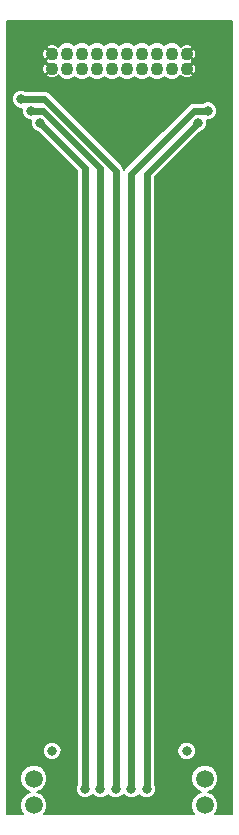
<source format=gbl>
G04 #@! TF.FileFunction,Copper,L2,Bot,Signal*
%FSLAX46Y46*%
G04 Gerber Fmt 4.6, Leading zero omitted, Abs format (unit mm)*
G04 Created by KiCad (PCBNEW 4.1.0-alpha+201605071002+6776~44~ubuntu14.04.1-product) date Wed 29 Jun 2016 00:08:44 BST*
%MOMM*%
%LPD*%
G01*
G04 APERTURE LIST*
%ADD10C,0.100000*%
%ADD11C,1.500000*%
%ADD12C,1.100000*%
%ADD13C,0.800000*%
%ADD14C,0.400000*%
%ADD15C,0.600000*%
%ADD16C,0.200000*%
G04 APERTURE END LIST*
D10*
D11*
X148760500Y-126540000D03*
X163239500Y-126540000D03*
X148760500Y-128790000D03*
X163239500Y-128790000D03*
D12*
X161715000Y-65159000D03*
X161715000Y-66429000D03*
X160445000Y-65159000D03*
X160445000Y-66429000D03*
X159175000Y-65159000D03*
X159175000Y-66429000D03*
X157905000Y-65159000D03*
X157905000Y-66429000D03*
X156635000Y-65159000D03*
X156635000Y-66429000D03*
X155365000Y-65159000D03*
X155365000Y-66429000D03*
X154095000Y-65159000D03*
X154095000Y-66429000D03*
X152825000Y-65159000D03*
X152825000Y-66429000D03*
X151555000Y-65159000D03*
X151555000Y-66429000D03*
X150285000Y-65159000D03*
X150285000Y-66429000D03*
D13*
X150300000Y-124200000D03*
X161700000Y-124200000D03*
X161715000Y-68000000D03*
X150285000Y-68000000D03*
X161000000Y-128000000D03*
X151000000Y-128000000D03*
X163000000Y-124000000D03*
X149000000Y-124000000D03*
X162500000Y-120000000D03*
X162500000Y-115000000D03*
X162500000Y-110000000D03*
X162500000Y-105000000D03*
X162500000Y-100000000D03*
X162500000Y-95000000D03*
X162500000Y-90000000D03*
X162500000Y-85000000D03*
X162500000Y-80000000D03*
X162500000Y-75000000D03*
X150000000Y-120000000D03*
X150000000Y-115000000D03*
X150000000Y-110000000D03*
X150000000Y-105000000D03*
X150000000Y-100000000D03*
X150000000Y-95000000D03*
X150000000Y-90000000D03*
X150000000Y-85000000D03*
X150000000Y-80000000D03*
X150000000Y-75000000D03*
X158300000Y-127400000D03*
X162615010Y-71000000D03*
X157000000Y-127400000D03*
X163465011Y-70000000D03*
X147700000Y-69000000D03*
X155700000Y-127400000D03*
X148534989Y-70000000D03*
X154400000Y-127400000D03*
X149300000Y-71000000D03*
X153100000Y-127400000D03*
D14*
X162500000Y-115000000D02*
X162500000Y-120000000D01*
X162500000Y-105000000D02*
X162500000Y-110000000D01*
X162500000Y-95000000D02*
X162500000Y-100000000D01*
X162500000Y-85000000D02*
X162500000Y-90000000D01*
X162500000Y-75000000D02*
X162500000Y-80000000D01*
X150000000Y-115000000D02*
X150000000Y-120000000D01*
X150000000Y-105000000D02*
X150000000Y-110000000D01*
X150000000Y-95000000D02*
X150000000Y-100000000D01*
X150000000Y-85000000D02*
X150000000Y-90000000D01*
X150000000Y-75000000D02*
X150000000Y-80000000D01*
D15*
X158300000Y-127400000D02*
X158300000Y-75315010D01*
X158300000Y-75315010D02*
X162615010Y-71000000D01*
X163465011Y-70000000D02*
X162357008Y-70000000D01*
X162357008Y-70000000D02*
X157000000Y-75357008D01*
X157000000Y-75357008D02*
X157000000Y-126834315D01*
X157000000Y-126834315D02*
X157000000Y-127400000D01*
X147700000Y-69000000D02*
X149618676Y-69000000D01*
X149618676Y-69000000D02*
X155700000Y-75081324D01*
X155700000Y-75081324D02*
X155700000Y-126834315D01*
X155700000Y-126834315D02*
X155700000Y-127400000D01*
X148534989Y-70000000D02*
X149558002Y-70000000D01*
X149558002Y-70000000D02*
X154400000Y-74841998D01*
X154400000Y-74841998D02*
X154400000Y-126834315D01*
X154400000Y-126834315D02*
X154400000Y-127400000D01*
X153100000Y-127400000D02*
X153100000Y-74800000D01*
X153100000Y-74800000D02*
X149300000Y-71000000D01*
D16*
G36*
X165525000Y-129525000D02*
X164130983Y-129525000D01*
X164213854Y-129442273D01*
X164389300Y-129019753D01*
X164389699Y-128562254D01*
X164214991Y-128139428D01*
X163891773Y-127815646D01*
X163528606Y-127664846D01*
X163890072Y-127515491D01*
X164213854Y-127192273D01*
X164389300Y-126769753D01*
X164389699Y-126312254D01*
X164214991Y-125889428D01*
X163891773Y-125565646D01*
X163469253Y-125390200D01*
X163011754Y-125389801D01*
X162588928Y-125564509D01*
X162265146Y-125887727D01*
X162089700Y-126310247D01*
X162089301Y-126767746D01*
X162264009Y-127190572D01*
X162587227Y-127514354D01*
X162950394Y-127665154D01*
X162588928Y-127814509D01*
X162265146Y-128137727D01*
X162089700Y-128560247D01*
X162089301Y-129017746D01*
X162264009Y-129440572D01*
X162348290Y-129525000D01*
X149651983Y-129525000D01*
X149734854Y-129442273D01*
X149910300Y-129019753D01*
X149910699Y-128562254D01*
X149735991Y-128139428D01*
X149412773Y-127815646D01*
X149049606Y-127664846D01*
X149411072Y-127515491D01*
X149734854Y-127192273D01*
X149910300Y-126769753D01*
X149910699Y-126312254D01*
X149735991Y-125889428D01*
X149412773Y-125565646D01*
X148990253Y-125390200D01*
X148532754Y-125389801D01*
X148109928Y-125564509D01*
X147786146Y-125887727D01*
X147610700Y-126310247D01*
X147610301Y-126767746D01*
X147785009Y-127190572D01*
X148108227Y-127514354D01*
X148471394Y-127665154D01*
X148109928Y-127814509D01*
X147786146Y-128137727D01*
X147610700Y-128560247D01*
X147610301Y-129017746D01*
X147785009Y-129440572D01*
X147869290Y-129525000D01*
X146475000Y-129525000D01*
X146475000Y-124358432D01*
X149499861Y-124358432D01*
X149621397Y-124652572D01*
X149846245Y-124877812D01*
X150140172Y-124999861D01*
X150458432Y-125000139D01*
X150752572Y-124878603D01*
X150977812Y-124653755D01*
X151099861Y-124359828D01*
X151100139Y-124041568D01*
X150978603Y-123747428D01*
X150753755Y-123522188D01*
X150459828Y-123400139D01*
X150141568Y-123399861D01*
X149847428Y-123521397D01*
X149622188Y-123746245D01*
X149500139Y-124040172D01*
X149499861Y-124358432D01*
X146475000Y-124358432D01*
X146475000Y-69158432D01*
X146899861Y-69158432D01*
X147021397Y-69452572D01*
X147246245Y-69677812D01*
X147540172Y-69799861D01*
X147751790Y-69800046D01*
X147735128Y-69840172D01*
X147734850Y-70158432D01*
X147856386Y-70452572D01*
X148081234Y-70677812D01*
X148375161Y-70799861D01*
X148516826Y-70799985D01*
X148500139Y-70840172D01*
X148499861Y-71158432D01*
X148621397Y-71452572D01*
X148846245Y-71677812D01*
X149088423Y-71778373D01*
X152400000Y-75089949D01*
X152400000Y-126999680D01*
X152300139Y-127240172D01*
X152299861Y-127558432D01*
X152421397Y-127852572D01*
X152646245Y-128077812D01*
X152940172Y-128199861D01*
X153258432Y-128200139D01*
X153552572Y-128078603D01*
X153750147Y-127881372D01*
X153946245Y-128077812D01*
X154240172Y-128199861D01*
X154558432Y-128200139D01*
X154852572Y-128078603D01*
X155050147Y-127881372D01*
X155246245Y-128077812D01*
X155540172Y-128199861D01*
X155858432Y-128200139D01*
X156152572Y-128078603D01*
X156350147Y-127881372D01*
X156546245Y-128077812D01*
X156840172Y-128199861D01*
X157158432Y-128200139D01*
X157452572Y-128078603D01*
X157650147Y-127881372D01*
X157846245Y-128077812D01*
X158140172Y-128199861D01*
X158458432Y-128200139D01*
X158752572Y-128078603D01*
X158977812Y-127853755D01*
X159099861Y-127559828D01*
X159100139Y-127241568D01*
X159000000Y-126999213D01*
X159000000Y-124358432D01*
X160899861Y-124358432D01*
X161021397Y-124652572D01*
X161246245Y-124877812D01*
X161540172Y-124999861D01*
X161858432Y-125000139D01*
X162152572Y-124878603D01*
X162377812Y-124653755D01*
X162499861Y-124359828D01*
X162500139Y-124041568D01*
X162378603Y-123747428D01*
X162153755Y-123522188D01*
X161859828Y-123400139D01*
X161541568Y-123399861D01*
X161247428Y-123521397D01*
X161022188Y-123746245D01*
X160900139Y-124040172D01*
X160899861Y-124358432D01*
X159000000Y-124358432D01*
X159000000Y-75604960D01*
X162826916Y-71778044D01*
X163067582Y-71678603D01*
X163292822Y-71453755D01*
X163414871Y-71159828D01*
X163415149Y-70841568D01*
X163397950Y-70799942D01*
X163623443Y-70800139D01*
X163917583Y-70678603D01*
X164142823Y-70453755D01*
X164264872Y-70159828D01*
X164265150Y-69841568D01*
X164143614Y-69547428D01*
X163918766Y-69322188D01*
X163624839Y-69200139D01*
X163306579Y-69199861D01*
X163064224Y-69300000D01*
X162357008Y-69300000D01*
X162089130Y-69353284D01*
X161862033Y-69505025D01*
X161862031Y-69505028D01*
X156505025Y-74862033D01*
X156390480Y-75033462D01*
X156346716Y-74813446D01*
X156346716Y-74813445D01*
X156194975Y-74586349D01*
X150113651Y-68505025D01*
X149886555Y-68353284D01*
X149618676Y-68300000D01*
X148100320Y-68300000D01*
X147859828Y-68200139D01*
X147541568Y-68199861D01*
X147247428Y-68321397D01*
X147022188Y-68546245D01*
X146900139Y-68840172D01*
X146899861Y-69158432D01*
X146475000Y-69158432D01*
X146475000Y-66287562D01*
X149481683Y-66287562D01*
X149488706Y-66605744D01*
X149596958Y-66867088D01*
X149718245Y-66925044D01*
X150214289Y-66429000D01*
X149718245Y-65932956D01*
X149596958Y-65990912D01*
X149481683Y-66287562D01*
X146475000Y-66287562D01*
X146475000Y-65017562D01*
X149481683Y-65017562D01*
X149488706Y-65335744D01*
X149596958Y-65597088D01*
X149718245Y-65655044D01*
X150214289Y-65159000D01*
X149718245Y-64662956D01*
X149596958Y-64720912D01*
X149481683Y-65017562D01*
X146475000Y-65017562D01*
X146475000Y-64592245D01*
X149788956Y-64592245D01*
X150285000Y-65088289D01*
X150299142Y-65074147D01*
X150369853Y-65144858D01*
X150355711Y-65159000D01*
X150369853Y-65173142D01*
X150299142Y-65243853D01*
X150285000Y-65229711D01*
X149788956Y-65725755D01*
X149821566Y-65794000D01*
X149788956Y-65862245D01*
X150285000Y-66358289D01*
X150299142Y-66344147D01*
X150369853Y-66414858D01*
X150355711Y-66429000D01*
X150369853Y-66443142D01*
X150299142Y-66513853D01*
X150285000Y-66499711D01*
X149788956Y-66995755D01*
X149846912Y-67117042D01*
X150143562Y-67232317D01*
X150461744Y-67225294D01*
X150723088Y-67117042D01*
X150780199Y-66997523D01*
X151016165Y-67233902D01*
X151365204Y-67378835D01*
X151743138Y-67379165D01*
X152092429Y-67234841D01*
X152189936Y-67137504D01*
X152286165Y-67233902D01*
X152635204Y-67378835D01*
X153013138Y-67379165D01*
X153362429Y-67234841D01*
X153459936Y-67137504D01*
X153556165Y-67233902D01*
X153905204Y-67378835D01*
X154283138Y-67379165D01*
X154632429Y-67234841D01*
X154729936Y-67137504D01*
X154826165Y-67233902D01*
X155175204Y-67378835D01*
X155553138Y-67379165D01*
X155902429Y-67234841D01*
X155999936Y-67137504D01*
X156096165Y-67233902D01*
X156445204Y-67378835D01*
X156823138Y-67379165D01*
X157172429Y-67234841D01*
X157269936Y-67137504D01*
X157366165Y-67233902D01*
X157715204Y-67378835D01*
X158093138Y-67379165D01*
X158442429Y-67234841D01*
X158539936Y-67137504D01*
X158636165Y-67233902D01*
X158985204Y-67378835D01*
X159363138Y-67379165D01*
X159712429Y-67234841D01*
X159809936Y-67137504D01*
X159906165Y-67233902D01*
X160255204Y-67378835D01*
X160633138Y-67379165D01*
X160982429Y-67234841D01*
X161219917Y-66997767D01*
X161276912Y-67117042D01*
X161573562Y-67232317D01*
X161891744Y-67225294D01*
X162153088Y-67117042D01*
X162211044Y-66995755D01*
X161715000Y-66499711D01*
X161700858Y-66513853D01*
X161630147Y-66443142D01*
X161644289Y-66429000D01*
X161785711Y-66429000D01*
X162281755Y-66925044D01*
X162403042Y-66867088D01*
X162518317Y-66570438D01*
X162511294Y-66252256D01*
X162403042Y-65990912D01*
X162281755Y-65932956D01*
X161785711Y-66429000D01*
X161644289Y-66429000D01*
X161630147Y-66414858D01*
X161700858Y-66344147D01*
X161715000Y-66358289D01*
X162211044Y-65862245D01*
X162178434Y-65794000D01*
X162211044Y-65725755D01*
X161715000Y-65229711D01*
X161700858Y-65243853D01*
X161630147Y-65173142D01*
X161644289Y-65159000D01*
X161785711Y-65159000D01*
X162281755Y-65655044D01*
X162403042Y-65597088D01*
X162518317Y-65300438D01*
X162511294Y-64982256D01*
X162403042Y-64720912D01*
X162281755Y-64662956D01*
X161785711Y-65159000D01*
X161644289Y-65159000D01*
X161630147Y-65144858D01*
X161700858Y-65074147D01*
X161715000Y-65088289D01*
X162211044Y-64592245D01*
X162153088Y-64470958D01*
X161856438Y-64355683D01*
X161538256Y-64362706D01*
X161276912Y-64470958D01*
X161219801Y-64590477D01*
X160983835Y-64354098D01*
X160634796Y-64209165D01*
X160256862Y-64208835D01*
X159907571Y-64353159D01*
X159810064Y-64450496D01*
X159713835Y-64354098D01*
X159364796Y-64209165D01*
X158986862Y-64208835D01*
X158637571Y-64353159D01*
X158540064Y-64450496D01*
X158443835Y-64354098D01*
X158094796Y-64209165D01*
X157716862Y-64208835D01*
X157367571Y-64353159D01*
X157270064Y-64450496D01*
X157173835Y-64354098D01*
X156824796Y-64209165D01*
X156446862Y-64208835D01*
X156097571Y-64353159D01*
X156000064Y-64450496D01*
X155903835Y-64354098D01*
X155554796Y-64209165D01*
X155176862Y-64208835D01*
X154827571Y-64353159D01*
X154730064Y-64450496D01*
X154633835Y-64354098D01*
X154284796Y-64209165D01*
X153906862Y-64208835D01*
X153557571Y-64353159D01*
X153460064Y-64450496D01*
X153363835Y-64354098D01*
X153014796Y-64209165D01*
X152636862Y-64208835D01*
X152287571Y-64353159D01*
X152190064Y-64450496D01*
X152093835Y-64354098D01*
X151744796Y-64209165D01*
X151366862Y-64208835D01*
X151017571Y-64353159D01*
X150780083Y-64590233D01*
X150723088Y-64470958D01*
X150426438Y-64355683D01*
X150108256Y-64362706D01*
X149846912Y-64470958D01*
X149788956Y-64592245D01*
X146475000Y-64592245D01*
X146475000Y-62375000D01*
X165525000Y-62375000D01*
X165525000Y-129525000D01*
X165525000Y-129525000D01*
G37*
X165525000Y-129525000D02*
X164130983Y-129525000D01*
X164213854Y-129442273D01*
X164389300Y-129019753D01*
X164389699Y-128562254D01*
X164214991Y-128139428D01*
X163891773Y-127815646D01*
X163528606Y-127664846D01*
X163890072Y-127515491D01*
X164213854Y-127192273D01*
X164389300Y-126769753D01*
X164389699Y-126312254D01*
X164214991Y-125889428D01*
X163891773Y-125565646D01*
X163469253Y-125390200D01*
X163011754Y-125389801D01*
X162588928Y-125564509D01*
X162265146Y-125887727D01*
X162089700Y-126310247D01*
X162089301Y-126767746D01*
X162264009Y-127190572D01*
X162587227Y-127514354D01*
X162950394Y-127665154D01*
X162588928Y-127814509D01*
X162265146Y-128137727D01*
X162089700Y-128560247D01*
X162089301Y-129017746D01*
X162264009Y-129440572D01*
X162348290Y-129525000D01*
X149651983Y-129525000D01*
X149734854Y-129442273D01*
X149910300Y-129019753D01*
X149910699Y-128562254D01*
X149735991Y-128139428D01*
X149412773Y-127815646D01*
X149049606Y-127664846D01*
X149411072Y-127515491D01*
X149734854Y-127192273D01*
X149910300Y-126769753D01*
X149910699Y-126312254D01*
X149735991Y-125889428D01*
X149412773Y-125565646D01*
X148990253Y-125390200D01*
X148532754Y-125389801D01*
X148109928Y-125564509D01*
X147786146Y-125887727D01*
X147610700Y-126310247D01*
X147610301Y-126767746D01*
X147785009Y-127190572D01*
X148108227Y-127514354D01*
X148471394Y-127665154D01*
X148109928Y-127814509D01*
X147786146Y-128137727D01*
X147610700Y-128560247D01*
X147610301Y-129017746D01*
X147785009Y-129440572D01*
X147869290Y-129525000D01*
X146475000Y-129525000D01*
X146475000Y-124358432D01*
X149499861Y-124358432D01*
X149621397Y-124652572D01*
X149846245Y-124877812D01*
X150140172Y-124999861D01*
X150458432Y-125000139D01*
X150752572Y-124878603D01*
X150977812Y-124653755D01*
X151099861Y-124359828D01*
X151100139Y-124041568D01*
X150978603Y-123747428D01*
X150753755Y-123522188D01*
X150459828Y-123400139D01*
X150141568Y-123399861D01*
X149847428Y-123521397D01*
X149622188Y-123746245D01*
X149500139Y-124040172D01*
X149499861Y-124358432D01*
X146475000Y-124358432D01*
X146475000Y-69158432D01*
X146899861Y-69158432D01*
X147021397Y-69452572D01*
X147246245Y-69677812D01*
X147540172Y-69799861D01*
X147751790Y-69800046D01*
X147735128Y-69840172D01*
X147734850Y-70158432D01*
X147856386Y-70452572D01*
X148081234Y-70677812D01*
X148375161Y-70799861D01*
X148516826Y-70799985D01*
X148500139Y-70840172D01*
X148499861Y-71158432D01*
X148621397Y-71452572D01*
X148846245Y-71677812D01*
X149088423Y-71778373D01*
X152400000Y-75089949D01*
X152400000Y-126999680D01*
X152300139Y-127240172D01*
X152299861Y-127558432D01*
X152421397Y-127852572D01*
X152646245Y-128077812D01*
X152940172Y-128199861D01*
X153258432Y-128200139D01*
X153552572Y-128078603D01*
X153750147Y-127881372D01*
X153946245Y-128077812D01*
X154240172Y-128199861D01*
X154558432Y-128200139D01*
X154852572Y-128078603D01*
X155050147Y-127881372D01*
X155246245Y-128077812D01*
X155540172Y-128199861D01*
X155858432Y-128200139D01*
X156152572Y-128078603D01*
X156350147Y-127881372D01*
X156546245Y-128077812D01*
X156840172Y-128199861D01*
X157158432Y-128200139D01*
X157452572Y-128078603D01*
X157650147Y-127881372D01*
X157846245Y-128077812D01*
X158140172Y-128199861D01*
X158458432Y-128200139D01*
X158752572Y-128078603D01*
X158977812Y-127853755D01*
X159099861Y-127559828D01*
X159100139Y-127241568D01*
X159000000Y-126999213D01*
X159000000Y-124358432D01*
X160899861Y-124358432D01*
X161021397Y-124652572D01*
X161246245Y-124877812D01*
X161540172Y-124999861D01*
X161858432Y-125000139D01*
X162152572Y-124878603D01*
X162377812Y-124653755D01*
X162499861Y-124359828D01*
X162500139Y-124041568D01*
X162378603Y-123747428D01*
X162153755Y-123522188D01*
X161859828Y-123400139D01*
X161541568Y-123399861D01*
X161247428Y-123521397D01*
X161022188Y-123746245D01*
X160900139Y-124040172D01*
X160899861Y-124358432D01*
X159000000Y-124358432D01*
X159000000Y-75604960D01*
X162826916Y-71778044D01*
X163067582Y-71678603D01*
X163292822Y-71453755D01*
X163414871Y-71159828D01*
X163415149Y-70841568D01*
X163397950Y-70799942D01*
X163623443Y-70800139D01*
X163917583Y-70678603D01*
X164142823Y-70453755D01*
X164264872Y-70159828D01*
X164265150Y-69841568D01*
X164143614Y-69547428D01*
X163918766Y-69322188D01*
X163624839Y-69200139D01*
X163306579Y-69199861D01*
X163064224Y-69300000D01*
X162357008Y-69300000D01*
X162089130Y-69353284D01*
X161862033Y-69505025D01*
X161862031Y-69505028D01*
X156505025Y-74862033D01*
X156390480Y-75033462D01*
X156346716Y-74813446D01*
X156346716Y-74813445D01*
X156194975Y-74586349D01*
X150113651Y-68505025D01*
X149886555Y-68353284D01*
X149618676Y-68300000D01*
X148100320Y-68300000D01*
X147859828Y-68200139D01*
X147541568Y-68199861D01*
X147247428Y-68321397D01*
X147022188Y-68546245D01*
X146900139Y-68840172D01*
X146899861Y-69158432D01*
X146475000Y-69158432D01*
X146475000Y-66287562D01*
X149481683Y-66287562D01*
X149488706Y-66605744D01*
X149596958Y-66867088D01*
X149718245Y-66925044D01*
X150214289Y-66429000D01*
X149718245Y-65932956D01*
X149596958Y-65990912D01*
X149481683Y-66287562D01*
X146475000Y-66287562D01*
X146475000Y-65017562D01*
X149481683Y-65017562D01*
X149488706Y-65335744D01*
X149596958Y-65597088D01*
X149718245Y-65655044D01*
X150214289Y-65159000D01*
X149718245Y-64662956D01*
X149596958Y-64720912D01*
X149481683Y-65017562D01*
X146475000Y-65017562D01*
X146475000Y-64592245D01*
X149788956Y-64592245D01*
X150285000Y-65088289D01*
X150299142Y-65074147D01*
X150369853Y-65144858D01*
X150355711Y-65159000D01*
X150369853Y-65173142D01*
X150299142Y-65243853D01*
X150285000Y-65229711D01*
X149788956Y-65725755D01*
X149821566Y-65794000D01*
X149788956Y-65862245D01*
X150285000Y-66358289D01*
X150299142Y-66344147D01*
X150369853Y-66414858D01*
X150355711Y-66429000D01*
X150369853Y-66443142D01*
X150299142Y-66513853D01*
X150285000Y-66499711D01*
X149788956Y-66995755D01*
X149846912Y-67117042D01*
X150143562Y-67232317D01*
X150461744Y-67225294D01*
X150723088Y-67117042D01*
X150780199Y-66997523D01*
X151016165Y-67233902D01*
X151365204Y-67378835D01*
X151743138Y-67379165D01*
X152092429Y-67234841D01*
X152189936Y-67137504D01*
X152286165Y-67233902D01*
X152635204Y-67378835D01*
X153013138Y-67379165D01*
X153362429Y-67234841D01*
X153459936Y-67137504D01*
X153556165Y-67233902D01*
X153905204Y-67378835D01*
X154283138Y-67379165D01*
X154632429Y-67234841D01*
X154729936Y-67137504D01*
X154826165Y-67233902D01*
X155175204Y-67378835D01*
X155553138Y-67379165D01*
X155902429Y-67234841D01*
X155999936Y-67137504D01*
X156096165Y-67233902D01*
X156445204Y-67378835D01*
X156823138Y-67379165D01*
X157172429Y-67234841D01*
X157269936Y-67137504D01*
X157366165Y-67233902D01*
X157715204Y-67378835D01*
X158093138Y-67379165D01*
X158442429Y-67234841D01*
X158539936Y-67137504D01*
X158636165Y-67233902D01*
X158985204Y-67378835D01*
X159363138Y-67379165D01*
X159712429Y-67234841D01*
X159809936Y-67137504D01*
X159906165Y-67233902D01*
X160255204Y-67378835D01*
X160633138Y-67379165D01*
X160982429Y-67234841D01*
X161219917Y-66997767D01*
X161276912Y-67117042D01*
X161573562Y-67232317D01*
X161891744Y-67225294D01*
X162153088Y-67117042D01*
X162211044Y-66995755D01*
X161715000Y-66499711D01*
X161700858Y-66513853D01*
X161630147Y-66443142D01*
X161644289Y-66429000D01*
X161785711Y-66429000D01*
X162281755Y-66925044D01*
X162403042Y-66867088D01*
X162518317Y-66570438D01*
X162511294Y-66252256D01*
X162403042Y-65990912D01*
X162281755Y-65932956D01*
X161785711Y-66429000D01*
X161644289Y-66429000D01*
X161630147Y-66414858D01*
X161700858Y-66344147D01*
X161715000Y-66358289D01*
X162211044Y-65862245D01*
X162178434Y-65794000D01*
X162211044Y-65725755D01*
X161715000Y-65229711D01*
X161700858Y-65243853D01*
X161630147Y-65173142D01*
X161644289Y-65159000D01*
X161785711Y-65159000D01*
X162281755Y-65655044D01*
X162403042Y-65597088D01*
X162518317Y-65300438D01*
X162511294Y-64982256D01*
X162403042Y-64720912D01*
X162281755Y-64662956D01*
X161785711Y-65159000D01*
X161644289Y-65159000D01*
X161630147Y-65144858D01*
X161700858Y-65074147D01*
X161715000Y-65088289D01*
X162211044Y-64592245D01*
X162153088Y-64470958D01*
X161856438Y-64355683D01*
X161538256Y-64362706D01*
X161276912Y-64470958D01*
X161219801Y-64590477D01*
X160983835Y-64354098D01*
X160634796Y-64209165D01*
X160256862Y-64208835D01*
X159907571Y-64353159D01*
X159810064Y-64450496D01*
X159713835Y-64354098D01*
X159364796Y-64209165D01*
X158986862Y-64208835D01*
X158637571Y-64353159D01*
X158540064Y-64450496D01*
X158443835Y-64354098D01*
X158094796Y-64209165D01*
X157716862Y-64208835D01*
X157367571Y-64353159D01*
X157270064Y-64450496D01*
X157173835Y-64354098D01*
X156824796Y-64209165D01*
X156446862Y-64208835D01*
X156097571Y-64353159D01*
X156000064Y-64450496D01*
X155903835Y-64354098D01*
X155554796Y-64209165D01*
X155176862Y-64208835D01*
X154827571Y-64353159D01*
X154730064Y-64450496D01*
X154633835Y-64354098D01*
X154284796Y-64209165D01*
X153906862Y-64208835D01*
X153557571Y-64353159D01*
X153460064Y-64450496D01*
X153363835Y-64354098D01*
X153014796Y-64209165D01*
X152636862Y-64208835D01*
X152287571Y-64353159D01*
X152190064Y-64450496D01*
X152093835Y-64354098D01*
X151744796Y-64209165D01*
X151366862Y-64208835D01*
X151017571Y-64353159D01*
X150780083Y-64590233D01*
X150723088Y-64470958D01*
X150426438Y-64355683D01*
X150108256Y-64362706D01*
X149846912Y-64470958D01*
X149788956Y-64592245D01*
X146475000Y-64592245D01*
X146475000Y-62375000D01*
X165525000Y-62375000D01*
X165525000Y-129525000D01*
M02*

</source>
